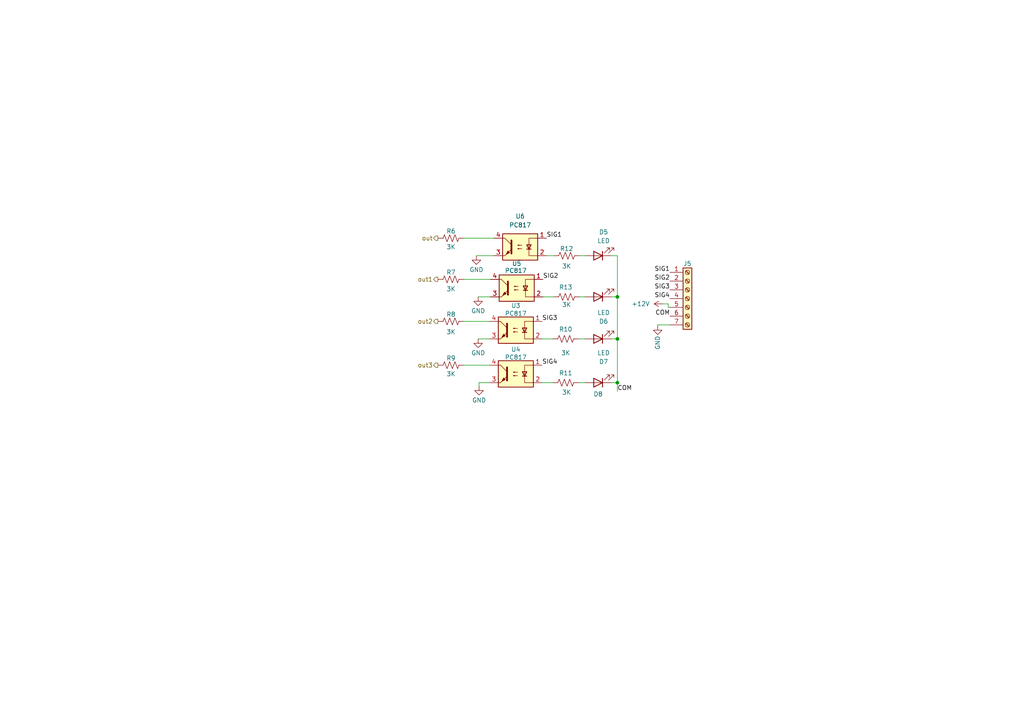
<source format=kicad_sch>
(kicad_sch (version 20230121) (generator eeschema)
  (paper "A4")
  (lib_symbols
    (symbol "Connector:Screw_Terminal_01x07" (pin_names (offset 1.016) hide)
      (property "Reference" "J" (at 0 10.16 0))
      (property "Value" "Screw_Terminal_01x07" (at 0 -10.16 0))
      (symbol "Screw_Terminal_01x07_1_1"
        (rectangle (start -1.27 8.89) (end 1.27 -8.89) (stroke (width 0.254)) (fill (type background)))
        (circle (center 0 -7.62) (radius 0.635) (stroke (width 0.1524)))
        (circle (center 0 -5.08) (radius 0.635) (stroke (width 0.1524)))
        (circle (center 0 -2.54) (radius 0.635) (stroke (width 0.1524)))
        (polyline (pts (xy -0.5334 -7.2898) (xy 0.3302 -8.128)) (stroke (width 0.1524)))
        (polyline (pts (xy -0.5334 -4.7498) (xy 0.3302 -5.588)) (stroke (width 0.1524)))
        (polyline (pts (xy -0.5334 -2.2098) (xy 0.3302 -3.048)) (stroke (width 0.1524)))
        (polyline (pts (xy -0.5334 0.3302) (xy 0.3302 -0.508)) (stroke (width 0.1524)))
        (polyline (pts (xy -0.5334 2.8702) (xy 0.3302 2.032)) (stroke (width 0.1524)))
        (polyline (pts (xy -0.5334 5.4102) (xy 0.3302 4.572)) (stroke (width 0.1524)))
        (polyline (pts (xy -0.5334 7.9502) (xy 0.3302 7.112)) (stroke (width 0.1524)))
        (polyline (pts (xy -0.3556 -7.112) (xy 0.508 -7.9502)) (stroke (width 0.1524)))
        (polyline (pts (xy -0.3556 -4.572) (xy 0.508 -5.4102)) (stroke (width 0.1524)))
        (polyline (pts (xy -0.3556 -2.032) (xy 0.508 -2.8702)) (stroke (width 0.1524)))
        (polyline (pts (xy -0.3556 0.508) (xy 0.508 -0.3302)) (stroke (width 0.1524)))
        (polyline (pts (xy -0.3556 3.048) (xy 0.508 2.2098)) (stroke (width 0.1524)))
        (polyline (pts (xy -0.3556 5.588) (xy 0.508 4.7498)) (stroke (width 0.1524)))
        (polyline (pts (xy -0.3556 8.128) (xy 0.508 7.2898)) (stroke (width 0.1524)))
        (circle (center 0 0) (radius 0.635) (stroke (width 0.1524)))
        (circle (center 0 2.54) (radius 0.635) (stroke (width 0.1524)))
        (circle (center 0 5.08) (radius 0.635) (stroke (width 0.1524)))
        (circle (center 0 7.62) (radius 0.635) (stroke (width 0.1524)))
        (pin passive line (at -5.08 7.62 0) (length 3.81) (name "Pin_1") (number "1"))
        (pin passive line (at -5.08 5.08 0) (length 3.81) (name "Pin_2") (number "2"))
        (pin passive line (at -5.08 2.54 0) (length 3.81) (name "Pin_3") (number "3"))
        (pin passive line (at -5.08 0 0) (length 3.81) (name "Pin_4") (number "4"))
        (pin passive line (at -5.08 -2.54 0) (length 3.81) (name "Pin_5") (number "5"))
        (pin passive line (at -5.08 -5.08 0) (length 3.81) (name "Pin_6") (number "6"))
        (pin passive line (at -5.08 -7.62 0) (length 3.81) (name "Pin_7") (number "7"))
      )
    )
    (symbol "Device:LED" (pin_numbers hide) (pin_names (offset 1.016) hide)
      (property "Reference" "D" (at 0 2.54 0))
      (property "Value" "LED" (at 0 -2.54 0))
      (symbol "LED_0_1"
        (polyline (pts (xy -1.27 -1.27) (xy -1.27 1.27)) (stroke (width 0.254)))
        (polyline (pts (xy -1.27 0) (xy 1.27 0)))
        (polyline (pts (xy 1.27 -1.27) (xy 1.27 1.27) (xy -1.27 0) (xy 1.27 -1.27)) (stroke (width 0.254)))
        (polyline (pts (xy -3.048 -0.762) (xy -4.572 -2.286) (xy -3.81 -2.286) (xy -4.572 -2.286) (xy -4.572 -1.524)))
        (polyline (pts (xy -1.778 -0.762) (xy -3.302 -2.286) (xy -2.54 -2.286) (xy -3.302 -2.286) (xy -3.302 -1.524)))
      )
      (symbol "LED_1_1"
        (pin passive line (at -3.81 0 0) (length 2.54) (name "K") (number "1"))
        (pin passive line (at 3.81 0 180) (length 2.54) (name "A") (number "2"))
      )
    )
    (symbol "Device:R_US" (pin_numbers hide) (pin_names (offset 0))
      (property "Reference" "R" (at 2.54 0 90))
      (property "Value" "R_US" (at -2.54 0 90))
      (symbol "R_US_0_1"
        (polyline (pts (xy 0 -2.286) (xy 0 -2.54)))
        (polyline (pts (xy 0 2.286) (xy 0 2.54)))
        (polyline (pts (xy 0 -0.762) (xy 1.016 -1.143) (xy 0 -1.524) (xy -1.016 -1.905) (xy 0 -2.286)))
        (polyline (pts (xy 0 0.762) (xy 1.016 0.381) (xy 0 0) (xy -1.016 -0.381) (xy 0 -0.762)))
        (polyline (pts (xy 0 2.286) (xy 1.016 1.905) (xy 0 1.524) (xy -1.016 1.143) (xy 0 0.762)))
      )
      (symbol "R_US_1_1"
        (pin passive line (at 0 3.81 270) (length 1.27) (name "~") (number "1"))
        (pin passive line (at 0 -3.81 90) (length 1.27) (name "~") (number "2"))
      )
    )
    (symbol "Isolator:PC817" (pin_names (offset 1.016))
      (property "Reference" "U" (at -5.08 5.08 0))
      (property "Value" "PC817" (at 0 5.08 0))
      (symbol "PC817_0_1"
        (rectangle (start -5.08 3.81) (end 5.08 -3.81) (stroke (width 0.254)) (fill (type background)))
        (polyline (pts (xy -3.175 -0.635) (xy -1.905 -0.635)) (stroke (width 0.254)))
        (polyline (pts (xy 2.54 0.635) (xy 4.445 2.54)))
        (polyline (pts (xy 4.445 -2.54) (xy 2.54 -0.635)) (fill (type outline)))
        (polyline (pts (xy 4.445 -2.54) (xy 5.08 -2.54)))
        (polyline (pts (xy 4.445 2.54) (xy 5.08 2.54)))
        (polyline (pts (xy -5.08 2.54) (xy -2.54 2.54) (xy -2.54 -0.635)))
        (polyline (pts (xy -2.54 -0.635) (xy -2.54 -2.54) (xy -5.08 -2.54)))
        (polyline (pts (xy 2.54 1.905) (xy 2.54 -1.905) (xy 2.54 -1.905)) (stroke (width 0.508)))
        (polyline (pts (xy -2.54 -0.635) (xy -3.175 0.635) (xy -1.905 0.635) (xy -2.54 -0.635)) (stroke (width 0.254)))
        (polyline (pts (xy -0.508 -0.508) (xy 0.762 -0.508) (xy 0.381 -0.635) (xy 0.381 -0.381) (xy 0.762 -0.508)))
        (polyline (pts (xy -0.508 0.508) (xy 0.762 0.508) (xy 0.381 0.381) (xy 0.381 0.635) (xy 0.762 0.508)))
        (polyline (pts (xy 3.048 -1.651) (xy 3.556 -1.143) (xy 4.064 -2.159) (xy 3.048 -1.651) (xy 3.048 -1.651)) (fill (type outline)))
      )
      (symbol "PC817_1_1"
        (pin passive line (at -7.62 2.54 0) (length 2.54) (name "~") (number "1"))
        (pin passive line (at -7.62 -2.54 0) (length 2.54) (name "~") (number "2"))
        (pin passive line (at 7.62 -2.54 180) (length 2.54) (name "~") (number "3"))
        (pin passive line (at 7.62 2.54 180) (length 2.54) (name "~") (number "4"))
      )
    )
    (symbol "power:+12V" (power) (pin_names (offset 0))
      (property "Value" "+12V" (at 0 3.556 0))
      (symbol "+12V_0_1"
        (polyline (pts (xy -0.762 1.27) (xy 0 2.54)))
        (polyline (pts (xy 0 0) (xy 0 2.54)))
        (polyline (pts (xy 0 2.54) (xy 0.762 1.27)))
      )
      (symbol "+12V_1_1"
        (pin power_in line (at 0 0 90) (length 0) hide (name "+12V") (number "1"))
      )
    )
    (symbol "power:GND" (power) (pin_names (offset 0))
      (property "Value" "GND" (at 0 -3.81 0))
      (symbol "GND_0_1"
        (polyline (pts (xy 0 0) (xy 0 -1.27) (xy 1.27 -1.27) (xy 0 -2.54) (xy -1.27 -1.27) (xy 0 -1.27)))
      )
      (symbol "GND_1_1"
        (pin power_in line (at 0 0 270) (length 0) hide (name "GND") (number "1"))
      )
    )
  )
  (junction (at 179.07 110.998))
  (junction (at 179.07 86.106))
  (junction (at 179.07 98.298))
  (wire (pts (xy 179.07 113.538) (xy 179.07 110.998)))
  (wire (pts (xy 157.226 110.998) (xy 160.274 110.998)))
  (wire (pts (xy 134.62 93.218) (xy 141.986 93.218)))
  (wire (pts (xy 179.07 74.168) (xy 177.292 74.168)))
  (wire (pts (xy 157.48 86.106) (xy 160.528 86.106)))
  (wire (pts (xy 134.62 69.088) (xy 143.256 69.088)))
  (wire (pts (xy 138.176 74.168) (xy 143.256 74.168)))
  (wire (pts (xy 179.07 86.106) (xy 177.292 86.106)))
  (wire (pts (xy 134.62 81.026) (xy 142.24 81.026)))
  (wire (pts (xy 168.148 86.106) (xy 169.672 86.106)))
  (wire (pts (xy 158.496 74.168) (xy 160.528 74.168)))
  (wire (pts (xy 179.07 74.168) (xy 179.07 86.106)))
  (wire (pts (xy 134.62 105.918) (xy 141.986 105.918)))
  (wire (pts (xy 138.938 110.998) (xy 141.986 110.998)))
  (wire (pts (xy 179.07 98.298) (xy 179.07 110.998)))
  (wire (pts (xy 138.684 98.298) (xy 141.986 98.298)))
  (wire (pts (xy 190.754 94.488) (xy 190.754 94.234)))
  (wire (pts (xy 138.938 112.014) (xy 138.938 110.998)))
  (wire (pts (xy 190.754 94.234) (xy 194.31 94.234)))
  (wire (pts (xy 193.802 89.154) (xy 194.31 89.154)))
  (wire (pts (xy 179.07 98.298) (xy 177.292 98.298)))
  (wire (pts (xy 192.278 88.138) (xy 193.802 88.138)))
  (wire (pts (xy 179.07 110.998) (xy 177.292 110.998)))
  (wire (pts (xy 157.226 98.298) (xy 160.274 98.298)))
  (wire (pts (xy 168.148 74.168) (xy 169.672 74.168)))
  (wire (pts (xy 167.894 98.298) (xy 169.672 98.298)))
  (wire (pts (xy 179.07 86.106) (xy 179.07 98.298)))
  (wire (pts (xy 138.684 86.106) (xy 142.24 86.106)))
  (wire (pts (xy 193.802 88.138) (xy 193.802 89.154)))
  (wire (pts (xy 167.894 110.998) (xy 169.672 110.998)))
  (label "COM" (at 179.07 113.538 0))
  (label "SIG2" (at 157.48 81.026 0))
  (label "SIG1" (at 158.496 69.088 0))
  (label "SIG3" (at 194.31 84.074 180))
  (label "COM" (at 194.31 91.694 180))
  (label "SIG2" (at 194.31 81.534 180))
  (label "SIG4" (at 194.31 86.614 180))
  (label "SIG4" (at 157.226 105.918 0))
  (label "SIG1" (at 194.31 78.994 180))
  (label "SIG3" (at 157.226 93.218 0))
  (hierarchical_label "out3" (shape output) (at 127 105.918 180))
  (hierarchical_label "out" (shape output) (at 127 69.088 180))
  (hierarchical_label "out2" (shape output) (at 127 93.218 180))
  (hierarchical_label "out1" (shape output) (at 127 81.026 180))
  (symbol (lib_id "power:GND") (at 138.938 112.014 0) (unit 1)
    (property "Reference" "#PWR018" (effects hide))
    (property "Value" "GND" (at 136.906 116.078 0) (effects (justify left)))
    (instances (project "SCARAB-V1" (path "" (reference "#PWR018") (unit 1))) (project "ER-PROMEGA-SHIELD" (path "" (reference "#PWR034") (unit 1))))
  )
  (symbol (lib_id "Connector:Screw_Terminal_01x07") (at 199.39 86.614 0) (unit 1)
    (property "Reference" "J5" (at 199.39 76.454 0))
    (property "Value" "Screw_Terminal_01x07" (effects hide))
    (property "Footprint" "TerminalBlock_Phoenix:TerminalBlock_Phoenix_MPT-0,5-7-2.54_1x07_P2.54mm_Horizontal" (effects hide))
    (instances (project "SCARAB-V1" (path "" (reference "J5") (unit 1))) (project "ER-PROMEGA-SHIELD" (path "" (reference "J19") (unit 1))))
  )
  (symbol (lib_id "Device:LED") (at 173.482 110.998 180) (unit 1)
    (property "Reference" "D8" (at 173.482 114.3 0))
    (property "Value" "LED" (effects hide))
    (property "Footprint" "LED_SMD:LED_1206_3216Metric_Pad1.42x1.75mm_HandSolder" (effects hide))
    (instances (project "SCARAB-V1" (path "" (reference "D8") (unit 1))) (project "ER-PROMEGA-SHIELD" (path "" (reference "D14") (unit 1))))
  )
  (symbol (lib_id "Device:R_US") (at 164.338 86.106 270) (unit 1)
    (property "Reference" "R13" (at 164.084 83.312 90))
    (property "Value" "3K" (at 164.338 88.392 90))
    (property "Footprint" "Resistor_SMD:R_0805_2012Metric_Pad1.20x1.40mm_HandSolder" (effects hide))
    (instances (project "SCARAB-V1" (path "" (reference "R13") (unit 1))) (project "ER-PROMEGA-SHIELD" (path "" (reference "R19") (unit 1))))
  )
  (symbol (lib_id "Device:LED") (at 173.482 98.298 180) (unit 1)
    (property "Reference" "D7" (at 175.0695 104.902 0))
    (property "Value" "LED" (at 175.0695 102.362 0))
    (property "Footprint" "LED_SMD:LED_1206_3216Metric_Pad1.42x1.75mm_HandSolder" (effects hide))
    (instances (project "SCARAB-V1" (path "" (reference "D7") (unit 1))) (project "ER-PROMEGA-SHIELD" (path "" (reference "D13") (unit 1))))
  )
  (symbol (lib_id "power:+12V") (at 192.278 88.138 90) (unit 1)
    (property "Reference" "#PWR036" (effects hide))
    (property "Value" "+12V" (at 188.468 88.138 90) (effects (justify left)))
  )
  (symbol (lib_id "Device:LED") (at 173.482 74.168 180) (unit 1)
    (property "Reference" "D5" (at 175.0695 67.31 0))
    (property "Value" "LED" (at 175.0695 69.85 0))
    (property "Footprint" "LED_SMD:LED_1206_3216Metric_Pad1.42x1.75mm_HandSolder" (effects hide))
    (instances (project "SCARAB-V1" (path "" (reference "D5") (unit 1))) (project "ER-PROMEGA-SHIELD" (path "" (reference "D11") (unit 1))))
  )
  (symbol (lib_id "Isolator:PC817") (at 149.86 83.566 0) (mirror y) (unit 1)
    (property "Reference" "U5" (at 149.86 76.454 0))
    (property "Value" "PC817" (at 149.606 78.486 0))
    (property "Footprint" "Package_DIP:DIP-4_W7.62mm" (effects hide))
    (property "Datasheet" "http://www.soselectronic.cz/a_info/resource/d/pc817.pdf" (effects hide))
    (instances (project "SCARAB-V1" (path "" (reference "U5") (unit 1))) (project "ER-PROMEGA-SHIELD" (path "" (reference "U3") (unit 1))))
  )
  (symbol (lib_id "Isolator:PC817") (at 149.606 95.758 0) (mirror y) (unit 1)
    (property "Reference" "U3" (at 149.606 88.646 0))
    (property "Value" "PC817" (at 149.606 90.932 0))
    (property "Footprint" "Package_DIP:DIP-4_W7.62mm" (effects hide))
    (property "Datasheet" "http://www.soselectronic.cz/a_info/resource/d/pc817.pdf" (effects hide))
    (instances (project "SCARAB-V1" (path "" (reference "U3") (unit 1))) (project "ER-PROMEGA-SHIELD" (path "" (reference "U1") (unit 1))))
  )
  (symbol (lib_id "Device:R_US") (at 164.084 98.298 270) (unit 1)
    (property "Reference" "R10" (at 164.084 95.504 90))
    (property "Value" "3K" (at 164.084 102.362 90))
    (property "Footprint" "Resistor_SMD:R_0805_2012Metric_Pad1.20x1.40mm_HandSolder" (effects hide))
    (instances (project "SCARAB-V1" (path "" (reference "R10") (unit 1))) (project "ER-PROMEGA-SHIELD" (path "" (reference "R16") (unit 1))))
  )
  (symbol (lib_id "Isolator:PC817") (at 149.606 108.458 0) (mirror y) (unit 1)
    (property "Reference" "U4" (at 149.606 101.346 0))
    (property "Value" "PC817" (at 149.606 103.632 0))
    (property "Footprint" "Package_DIP:DIP-4_W7.62mm" (effects hide))
    (property "Datasheet" "http://www.soselectronic.cz/a_info/resource/d/pc817.pdf" (effects hide))
    (instances (project "SCARAB-V1" (path "" (reference "U4") (unit 1))) (project "ER-PROMEGA-SHIELD" (path "" (reference "U2") (unit 1))))
  )
  (symbol (lib_id "Isolator:PC817") (at 150.876 71.628 0) (mirror y) (unit 1)
    (property "Reference" "U6" (at 150.876 62.738 0))
    (property "Value" "PC817" (at 150.876 65.278 0))
    (property "Footprint" "Package_DIP:DIP-4_W7.62mm" (effects hide))
    (property "Datasheet" "http://www.soselectronic.cz/a_info/resource/d/pc817.pdf" (effects hide))
    (instances (project "SCARAB-V1" (path "" (reference "U6") (unit 1))) (project "ER-PROMEGA-SHIELD" (path "" (reference "U4") (unit 1))))
  )
  (symbol (lib_id "Device:R_US") (at 130.81 105.918 90) (unit 1)
    (property "Reference" "R9" (at 130.81 103.886 90))
    (property "Value" "3K" (at 130.81 108.458 90))
    (property "Footprint" "Resistor_SMD:R_0805_2012Metric_Pad1.20x1.40mm_HandSolder" (effects hide))
    (instances (project "SCARAB-V1" (path "" (reference "R9") (unit 1))) (project "ER-PROMEGA-SHIELD" (path "" (reference "R15") (unit 1))))
  )
  (symbol (lib_id "power:GND") (at 138.684 86.106 0) (unit 1)
    (property "Reference" "#PWR016" (effects hide))
    (property "Value" "GND" (at 136.652 90.17 0) (effects (justify left)))
    (instances (project "SCARAB-V1" (path "" (reference "#PWR016") (unit 1))) (project "ER-PROMEGA-SHIELD" (path "" (reference "#PWR032") (unit 1))))
  )
  (symbol (lib_id "Device:R_US") (at 164.084 110.998 270) (unit 1)
    (property "Reference" "R11" (at 164.084 108.204 90))
    (property "Value" "3K" (at 164.338 113.792 90))
    (property "Footprint" "Resistor_SMD:R_0805_2012Metric_Pad1.20x1.40mm_HandSolder" (effects hide))
    (instances (project "SCARAB-V1" (path "" (reference "R11") (unit 1))) (project "ER-PROMEGA-SHIELD" (path "" (reference "R17") (unit 1))))
  )
  (symbol (lib_id "power:GND") (at 138.176 74.168 0) (unit 1)
    (property "Reference" "#PWR015" (effects hide))
    (property "Value" "GND" (at 136.144 78.232 0) (effects (justify left)))
    (instances (project "SCARAB-V1" (path "" (reference "#PWR015") (unit 1))) (project "ER-PROMEGA-SHIELD" (path "" (reference "#PWR031") (unit 1))))
  )
  (symbol (lib_id "power:GND") (at 138.684 98.298 0) (unit 1)
    (property "Reference" "#PWR017" (effects hide))
    (property "Value" "GND" (at 136.652 102.362 0) (effects (justify left)))
    (instances (project "SCARAB-V1" (path "" (reference "#PWR017") (unit 1))) (project "ER-PROMEGA-SHIELD" (path "" (reference "#PWR033") (unit 1))))
  )
  (symbol (lib_id "power:GND") (at 190.754 94.488 0) (unit 1)
    (property "Reference" "#PWR019" (effects hide))
    (property "Value" "GND" (at 190.754 101.473 90) (effects (justify left)))
    (instances (project "SCARAB-V1" (path "" (reference "#PWR019") (unit 1))) (project "ER-PROMEGA-SHIELD" (path "" (reference "#PWR035") (unit 1))))
  )
  (symbol (lib_id "Device:R_US") (at 164.338 74.168 90) (unit 1)
    (property "Reference" "R12" (at 164.338 72.136 90))
    (property "Value" "3K" (at 164.338 77.216 90))
    (property "Footprint" "Resistor_SMD:R_0805_2012Metric_Pad1.20x1.40mm_HandSolder" (effects hide))
    (instances (project "SCARAB-V1" (path "" (reference "R12") (unit 1))) (project "ER-PROMEGA-SHIELD" (path "" (reference "R18") (unit 1))))
  )
  (symbol (lib_id "Device:LED") (at 173.482 86.106 180) (unit 1)
    (property "Reference" "D6" (at 175.0695 93.218 0))
    (property "Value" "LED" (at 175.0695 90.678 0))
    (property "Footprint" "LED_SMD:LED_1206_3216Metric_Pad1.42x1.75mm_HandSolder" (effects hide))
    (instances (project "SCARAB-V1" (path "" (reference "D6") (unit 1))) (project "ER-PROMEGA-SHIELD" (path "" (reference "D12") (unit 1))))
  )
  (symbol (lib_id "Device:R_US") (at 130.81 69.088 90) (unit 1)
    (property "Reference" "R6" (at 130.81 67.056 90))
    (property "Value" "3K" (at 130.81 71.628 90))
    (property "Footprint" "Resistor_SMD:R_0805_2012Metric_Pad1.20x1.40mm_HandSolder" (effects hide))
    (instances (project "SCARAB-V1" (path "" (reference "R6") (unit 1))) (project "ER-PROMEGA-SHIELD" (path "" (reference "R12") (unit 1))))
  )
  (symbol (lib_id "Device:R_US") (at 130.81 93.218 90) (unit 1)
    (property "Reference" "R8" (at 130.81 91.186 90))
    (property "Value" "3K" (at 130.81 96.266 90))
    (property "Footprint" "Resistor_SMD:R_0805_2012Metric_Pad1.20x1.40mm_HandSolder" (effects hide))
    (instances (project "SCARAB-V1" (path "" (reference "R8") (unit 1))) (project "ER-PROMEGA-SHIELD" (path "" (reference "R14") (unit 1))))
  )
  (symbol (lib_id "Device:R_US") (at 130.81 81.026 90) (unit 1)
    (property "Reference" "R7" (at 130.81 78.994 90))
    (property "Value" "3K" (at 130.81 83.82 90))
    (property "Footprint" "Resistor_SMD:R_0805_2012Metric_Pad1.20x1.40mm_HandSolder" (effects hide))
    (instances (project "SCARAB-V1" (path "" (reference "R7") (unit 1))) (project "ER-PROMEGA-SHIELD" (path "" (reference "R13") (unit 1))))
  )
)
</source>
